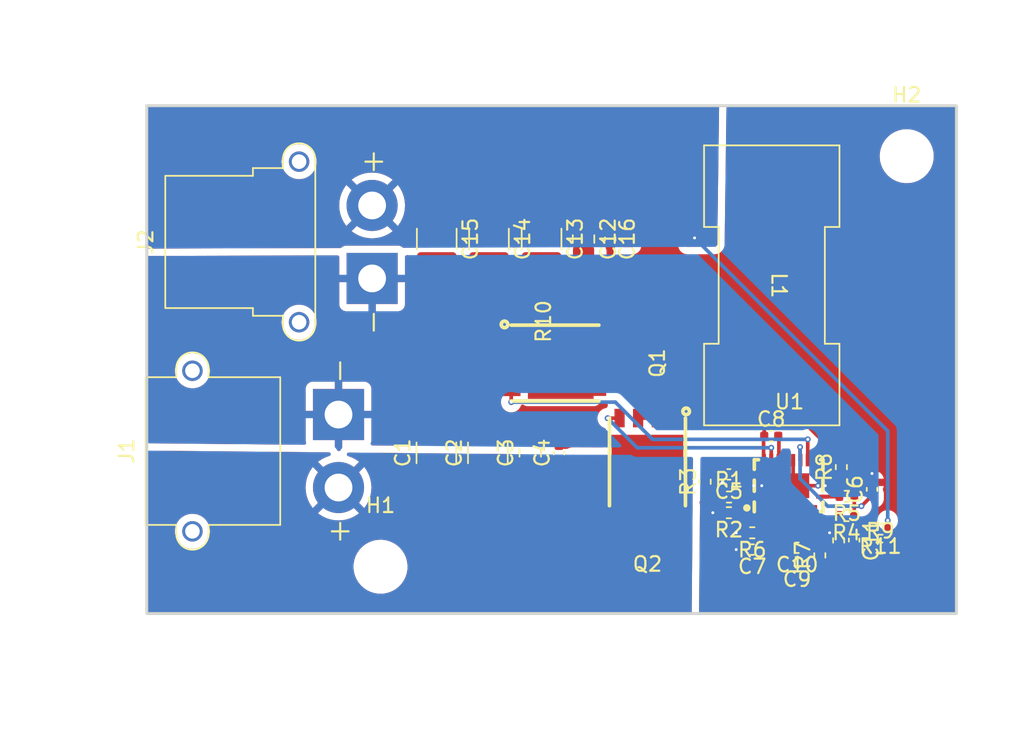
<source format=kicad_pcb>
(kicad_pcb (version 20221018) (generator pcbnew)
  (layers (0 "F.Cu" signal) (1 "In1.Cu" signal) (2 "In2.Cu" signal) (31 "B.Cu" signal) (34 "B.Paste" user) (35 "F.Paste" user) (36 "B.SilkS" user "B.Silkscreen") (37 "F.SilkS" user "F.Silkscreen") (38 "B.Mask" user) (39 "F.Mask" user) (44 "Edge.Cuts" user))
  (net 0 "")
  (net 1 "Net-(J1-Pin_2)")
  (net 2 "GND")
  (net 3 "Net-(U1-Vin)")
  (net 4 "Net-(Q1-D)")
  (net 5 "Net-(U1-BST)")
  (net 6 "Net-(J2-Pin_2)")
  (net 7 "Net-(Q1-G)")
  (net 8 "Net-(Q2-G)")
  (net 9 "Net-(U1-EN{slash}UVLO)")
  (net 10 "Net-(U1-VCC)")
  (net 11 "Net-(U1-SYNCIN)")
  (net 12 "Net-(U1-PGOOD)")
  (net 13 "Net-(U1-RT)")
  (net 14 "Net-(C9-Pad1)")
  (net 15 "Net-(U1-FB)")
  (net 16 "Net-(U1-ILIM)")
  (net 17 "Net-(C11-Pad1)")
  (net 21 "Net-(U1-COMP)")
  (net 22 "Net-(U1-SS{slash}TRK)")
  (footprint "Capacitor_SMD:C_0805_2012Metric" (layer "F.Cu") (at 128.7 68.75 90)
    (fp_text reference "C3" (at 0 -1.68 90) (layer "F.SilkS"))
    (fp_text value "1u")
    (fp_line (start -0.261252 -0.735) (end 0.261252 -0.735) (stroke (width 0.12)) (layer "F.SilkS"))
    (fp_line (start -0.261252 0.735) (end 0.261252 0.735) (stroke (width 0.12)) (layer "F.SilkS"))
    (pad "1" smd roundrect (at -0.95 0 90) (size 1 1.45) (layers "F.Cu" "F.Paste" "F.Mask") (net 1 "Net-(J1-Pin_2)"))
    (pad "2" smd roundrect (at 0.95 0 90) (size 1 1.45) (layers "F.Cu" "F.Paste" "F.Mask") (net 2 "GND"))
  )
  (footprint "LCSC:VQFN-20_L4.5-W3.5-P0.50-BL-EP" (layer "F.Cu") (at 146.45 71)
    (fp_text reference "U1" (at 0 -5.75) (layer "F.SilkS"))
    (fp_text value "~")
    (fp_line (start -2.41 -1.78) (end -2.41 -1.12) (stroke (width 0.25)) (layer "F.SilkS"))
    (fp_line (start -2.41 -1.78) (end -2.12 -1.78) (stroke (width 0.25)) (layer "F.SilkS"))
    (fp_line (start -2.41 -0.38) (end -2.41 0.38) (stroke (width 0.25)) (layer "F.SilkS"))
    (fp_line (start -2.41 1.12) (end -2.41 1.78) (stroke (width 0.25)) (layer "F.SilkS"))
    (fp_line (start 2.12 -1.78) (end 2.29 -1.78) (stroke (width 0.25)) (layer "F.SilkS"))
    (fp_line (start 2.29 -1.78) (end 2.29 -1.12) (stroke (width 0.25)) (layer "F.SilkS"))
    (fp_line (start 2.29 -0.38) (end 2.29 0.38) (stroke (width 0.25)) (layer "F.SilkS"))
    (fp_line (start 2.29 1.12) (end 2.29 1.78) (stroke (width 0.25)) (layer "F.SilkS"))
    (fp_line (start 2.29 1.78) (end 2.12 1.78) (stroke (width 0.25)) (layer "F.SilkS"))
    (fp_circle (center -2.92 1.52) (end -2.79 1.52) (stroke (width 0.25)) (fill none) (layer "F.SilkS"))
    (pad "1" smd rect (at -2.25 0.75) (size 0.85 0.28) (layers "F.Cu" "F.Paste" "F.Mask") (net 9 "Net-(U1-EN{slash}UVLO)"))
    (pad "2" smd rect (at -1.75 1.75) (size 0.28 0.85) (layers "F.Cu" "F.Paste" "F.Mask") (net 13 "Net-(U1-RT)"))
    (pad "3" smd rect (at -1.25 1.75) (size 0.28 0.85) (layers "F.Cu" "F.Paste" "F.Mask") (net 22 "Net-(U1-SS{slash}TRK)"))
    (pad "4" smd rect (at -0.75 1.75) (size 0.28 0.85) (layers "F.Cu" "F.Paste" "F.Mask") (net 21 "Net-(U1-COMP)"))
    (pad "5" smd rect (at -0.25 1.75) (size 0.28 0.85) (layers "F.Cu" "F.Paste" "F.Mask") (net 15 "Net-(U1-FB)"))
    (pad "6" smd rect (at 0.25 1.75) (size 0.28 0.85) (layers "F.Cu" "F.Paste" "F.Mask") (net 2 "GND"))
    (pad "7" smd rect (at 0.75 1.75) (size 0.28 0.85) (layers "F.Cu" "F.Paste" "F.Mask"))
    (pad "8" smd rect (at 1.25 1.75) (size 0.28 0.85) (layers "F.Cu" "F.Paste" "F.Mask") (net 11 "Net-(U1-SYNCIN)"))
    (pad "9" smd rect (at 1.75 1.75) (size 0.28 0.85) (layers "F.Cu" "F.Paste" "F.Mask"))
    (pad "10" smd rect (at 2.25 0.75) (size 0.85 0.28) (layers "F.Cu" "F.Paste" "F.Mask") (net 12 "Net-(U1-PGOOD)"))
    (pad "11" smd rect (at 2.25 -0.75) (size 0.85 0.28) (layers "F.Cu" "F.Paste" "F.Mask") (net 16 "Net-(U1-ILIM)"))
    (pad "12" smd rect (at 1.75 -1.75) (size 0.28 0.85) (layers "F.Cu" "F.Paste" "F.Mask") (net 2 "GND"))
    (pad "13" smd rect (at 1.25 -1.75) (size 0.28 0.85) (layers "F.Cu" "F.Paste" "F.Mask") (net 7 "Net-(Q1-G)"))
    (pad "14" smd rect (at 0.75 -1.75) (size 0.28 0.85) (layers "F.Cu" "F.Paste" "F.Mask") (net 10 "Net-(U1-VCC)"))
    (pad "15" smd rect (at 0.25 -1.75) (size 0.28 0.85) (layers "F.Cu" "F.Paste" "F.Mask") (net 2 "GND"))
    (pad "16" smd rect (at -0.25 -1.75) (size 0.28 0.85) (layers "F.Cu" "F.Paste" "F.Mask"))
    (pad "17" smd rect (at -0.75 -1.75) (size 0.28 0.85) (layers "F.Cu" "F.Paste" "F.Mask") (net 5 "Net-(U1-BST)"))
    (pad "18" smd rect (at -1.25 -1.75) (size 0.28 0.85) (layers "F.Cu" "F.Paste" "F.Mask") (net 8 "Net-(Q2-G)"))
    (pad "19" smd rect (at -1.75 -1.75) (size 0.28 0.85) (layers "F.Cu" "F.Paste" "F.Mask") (net 4 "Net-(Q1-D)"))
    (pad "20" smd rect (at -2.25 -0.75) (size 0.85 0.28) (layers "F.Cu" "F.Paste" "F.Mask") (net 3 "Net-(U1-Vin)"))
    (pad "21" smd rect (at 0 0 90) (size 1.7 2.7) (layers "F.Cu" "F.Paste" "F.Mask") (net 2 "GND"))
  )
  (footprint "Resistor_SMD:R_0402_1005Metric" (layer "F.Cu") (at 149.815 74.744999 -90)
    (fp_text reference "R10" (at -15 20.21 90) (layer "F.SilkS"))
    (fp_text value "3k4")
    (fp_line (start -0.153641 -0.38) (end 0.153641 -0.38) (stroke (width 0.12)) (layer "F.SilkS"))
    (fp_line (start -0.153641 0.38) (end 0.153641 0.38) (stroke (width 0.12)) (layer "F.SilkS"))
    (pad "1" smd roundrect (at -0.51 0 270) (size 0.54 0.64) (layers "F.Cu" "F.Paste" "F.Mask") (net 2 "GND"))
    (pad "2" smd roundrect (at 0.51 0 270) (size 0.54 0.64) (layers "F.Cu" "F.Paste" "F.Mask") (net 15 "Net-(U1-FB)"))
  )
  (footprint "Resistor_SMD:R_0402_1005Metric" (layer "F.Cu") (at 148.525 75.775 90)
    (fp_text reference "R7" (at 0 -1.17 90) (layer "F.SilkS"))
    (fp_text value "1k54")
    (fp_line (start -0.153641 -0.38) (end 0.153641 -0.38) (stroke (width 0.12)) (layer "F.SilkS"))
    (fp_line (start -0.153641 0.38) (end 0.153641 0.38) (stroke (width 0.12)) (layer "F.SilkS"))
    (pad "1" smd roundrect (at -0.51 0 90) (size 0.54 0.64) (layers "F.Cu" "F.Paste" "F.Mask") (net 14 "Net-(C9-Pad1)"))
    (pad "2" smd roundrect (at 0.51 0 90) (size 0.54 0.64) (layers "F.Cu" "F.Paste" "F.Mask") (net 15 "Net-(U1-FB)"))
  )
  (footprint "Capacitor_SMD:C_1210_3225Metric" (layer "F.Cu") (at 122.274999 68.75 90)
    (fp_text reference "C1" (at 0 -2.3 90) (layer "F.SilkS"))
    (fp_text value "4u7")
    (fp_line (start -0.711252 -1.36) (end 0.711252 -1.36) (stroke (width 0.12)) (layer "F.SilkS"))
    (fp_line (start -0.711252 1.36) (end 0.711252 1.36) (stroke (width 0.12)) (layer "F.SilkS"))
    (pad "1" smd roundrect (at -1.475 0 90) (size 1.15 2.7) (layers "F.Cu" "F.Paste" "F.Mask") (roundrect_rratio 0.217391) (net 1 "Net-(J1-Pin_2)"))
    (pad "2" smd roundrect (at 1.475 0 90) (size 1.15 2.7) (layers "F.Cu" "F.Paste" "F.Mask") (roundrect_rratio 0.217391) (net 2 "GND"))
  )
  (footprint "Capacitor_SMD:C_0402_1005Metric" (layer "F.Cu") (at 145.2 67.6)
    (fp_text reference "C8" (at 0 -1.16) (layer "F.SilkS"))
    (fp_text value "100n")
    (fp_line (start -0.107836 -0.36) (end 0.107836 -0.36) (stroke (width 0.12)) (layer "F.SilkS"))
    (fp_line (start -0.107836 0.36) (end 0.107836 0.36) (stroke (width 0.12)) (layer "F.SilkS"))
    (pad "1" smd roundrect (at -0.48 0) (size 0.56 0.62) (layers "F.Cu" "F.Paste" "F.Mask") (net 4 "Net-(Q1-D)"))
    (pad "2" smd roundrect (at 0.48 0) (size 0.56 0.62) (layers "F.Cu" "F.Paste" "F.Mask") (net 5 "Net-(U1-BST)"))
  )
  (footprint "Capacitor_SMD:C_0402_1005Metric" (layer "F.Cu") (at 142.3 70.224999 180)
    (fp_text reference "C5" (at 0 -1.16) (layer "F.SilkS"))
    (fp_text value "100n")
    (fp_line (start -0.107836 -0.36) (end 0.107836 -0.36) (stroke (width 0.12)) (layer "F.SilkS"))
    (fp_line (start -0.107836 0.36) (end 0.107836 0.36) (stroke (width 0.12)) (layer "F.SilkS"))
    (pad "1" smd roundrect (at -0.48 0 180) (size 0.56 0.62) (layers "F.Cu" "F.Paste" "F.Mask") (net 3 "Net-(U1-Vin)"))
    (pad "2" smd roundrect (at 0.48 0 180) (size 0.56 0.62) (layers "F.Cu" "F.Paste" "F.Mask") (net 2 "GND"))
  )
  (footprint "Resistor_SMD:R_0402_1005Metric" (layer "F.Cu") (at 150 69.725 90)
    (fp_text reference "R8" (at 0 -1.17 90) (layer "F.SilkS"))
    (fp_text value "536")
    (fp_line (start -0.153641 -0.38) (end 0.153641 -0.38) (stroke (width 0.12)) (layer "F.SilkS"))
    (fp_line (start -0.153641 0.38) (end 0.153641 0.38) (stroke (width 0.12)) (layer "F.SilkS"))
    (pad "1" smd roundrect (at -0.51 0 90) (size 0.54 0.64) (layers "F.Cu" "F.Paste" "F.Mask") (net 16 "Net-(U1-ILIM)"))
    (pad "2" smd roundrect (at 0.51 0 90) (size 0.54 0.64) (layers "F.Cu" "F.Paste" "F.Mask") (net 4 "Net-(Q1-D)"))
  )
  (footprint "Resistor_SMD:R_0402_1005Metric" (layer "F.Cu") (at 152.665 75.269999)
    (fp_text reference "R9" (at 0 -1.17) (layer "F.SilkS"))
    (fp_text value "18k")
    (fp_line (start -0.153641 -0.38) (end 0.153641 -0.38) (stroke (width 0.12)) (layer "F.SilkS"))
    (fp_line (start -0.153641 0.38) (end 0.153641 0.38) (stroke (width 0.12)) (layer "F.SilkS"))
    (pad "1" smd roundrect (at -0.51 0) (size 0.54 0.64) (layers "F.Cu" "F.Paste" "F.Mask") (net 15 "Net-(U1-FB)"))
    (pad "2" smd roundrect (at 0.51 0) (size 0.54 0.64) (layers "F.Cu" "F.Paste" "F.Mask") (net 6 "Net-(J2-Pin_2)"))
  )
  (footprint "MountingHole:MountingHole_3.2mm_M3" (layer "F.Cu") (at 154.475 48.425)
    (fp_text reference "H2" (at 0 -4.2) (layer "F.SilkS"))
    (fp_text value "MountingHole")
    (pad "" np_thru_hole circle (at 0 0) (size 3.2 3.2) (drill 3.2) (layers "*.Cu" "*.Mask"))
  )
  (footprint "Capacitor_SMD:C_0402_1005Metric" (layer "F.Cu") (at 130.675 68.75 90)
    (fp_text reference "C4" (at 0 -1.16 90) (layer "F.SilkS"))
    (fp_text value "100n")
    (fp_line (start -0.107836 -0.36) (end 0.107836 -0.36) (stroke (width 0.12)) (layer "F.SilkS"))
    (fp_line (start -0.107836 0.36) (end 0.107836 0.36) (stroke (width 0.12)) (layer "F.SilkS"))
    (pad "1" smd roundrect (at -0.48 0 90) (size 0.56 0.62) (layers "F.Cu" "F.Paste" "F.Mask") (net 1 "Net-(J1-Pin_2)"))
    (pad "2" smd roundrect (at 0.48 0 90) (size 0.56 0.62) (layers "F.Cu" "F.Paste" "F.Mask") (net 2 "GND"))
  )
  (footprint "Capacitor_SMD:C_1210_3225Metric" (layer "F.Cu") (at 122.3 54.1 -90)
    (fp_text reference "C15" (at 0 -2.3 90) (layer "F.SilkS"))
    (fp_text value "10u")
    (fp_line (start -0.711252 -1.36) (end 0.711252 -1.36) (stroke (width 0.12)) (layer "F.SilkS"))
    (fp_line (start -0.711252 1.36) (end 0.711252 1.36) (stroke (width 0.12)) (layer "F.SilkS"))
    (pad "1" smd roundrect (at -1.475 0 270) (size 1.15 2.7) (layers "F.Cu" "F.Paste" "F.Mask") (roundrect_rratio 0.217391) (net 6 "Net-(J2-Pin_2)"))
    (pad "2" smd roundrect (at 1.475 0 270) (size 1.15 2.7) (layers "F.Cu" "F.Paste" "F.Mask") (roundrect_rratio 0.217391) (net 2 "GND"))
  )
  (footprint "MountingHole:MountingHole_3.2mm_M3" (layer "F.Cu") (at 118.45 76.55)
    (fp_text reference "H1" (at 0 -4.2) (layer "F.SilkS"))
    (fp_text value "MountingHole")
    (pad "" np_thru_hole circle (at 0 0) (size 3.2 3.2) (drill 3.2) (layers "*.Cu" "*.Mask"))
  )
  (footprint "Capacitor_SMD:C_1210_3225Metric" (layer "F.Cu") (at 129.475 54.1 -90)
    (fp_text reference "C13" (at 0 -2.3 90) (layer "F.SilkS"))
    (fp_text value "10u")
    (fp_line (start -0.711252 -1.36) (end 0.711252 -1.36) (stroke (width 0.12)) (layer "F.SilkS"))
    (fp_line (start -0.711252 1.36) (end 0.711252 1.36) (stroke (width 0.12)) (layer "F.SilkS"))
    (pad "1" smd roundrect (at -1.475 0 270) (size 1.15 2.7) (layers "F.Cu" "F.Paste" "F.Mask") (roundrect_rratio 0.217391) (net 6 "Net-(J2-Pin_2)"))
    (pad "2" smd roundrect (at 1.475 0 270) (size 1.15 2.7) (layers "F.Cu" "F.Paste" "F.Mask") (roundrect_rratio 0.217391) (net 2 "GND"))
  )
  (footprint "Connector_AMASS:AMASS_XT30PW-F_1x02_P2.50mm_Horizontal" (layer "F.Cu") (at 117.875 56.8 90)
    (fp_text reference "J2" (at 2.5 -15.5 90) (layer "F.SilkS"))
    (fp_text value "Conn_01x02_Socket")
    (fp_text user "-" (at -3 0 90) (layer "F.SilkS") (effects (font (size 1.5 1.5))))
    (fp_text user "+" (at 8 0 90) (layer "F.SilkS") (effects (font (size 1.5 1.5))))
    (fp_line (start -3.26 -6.11) (end -2.56 -6.11) (stroke (width 0.12)) (layer "F.SilkS"))
    (fp_line (start -3.26 -3.89) (end 8.26 -3.89) (stroke (width 0.12)) (layer "F.SilkS"))
    (fp_line (start -2.56 -8.16) (end -2.56 -6.11) (stroke (width 0.12)) (layer "F.SilkS"))
    (fp_line (start -2.56 -8.16) (end -2.03 -8.16) (stroke (width 0.12)) (layer "F.SilkS"))
    (fp_line (start -2.03 -14.16) (end -2.03 -8.16) (stroke (width 0.12)) (layer "F.SilkS"))
    (fp_line (start -2.03 -14.16) (end 7 -14.16) (stroke (width 0.12)) (layer "F.SilkS"))
    (fp_line (start 7.03 -14.16) (end 7.03 -8.16) (stroke (width 0.12)) (layer "F.SilkS"))
    (fp_line (start 7.03 -8.16) (end 7.56 -8.16) (stroke (width 0.12)) (layer "F.SilkS"))
    (fp_line (start 7.56 -8.16) (end 7.56 -6.11) (stroke (width 0.12)) (layer "F.SilkS"))
    (fp_line (start 7.56 -6.11) (end 8.26 -6.11) (stroke (width 0.12)) (layer "F.SilkS"))
    (fp_arc (start -3.321729 -3.903365) (mid -4.256653 -5.086124) (end -3.15 -6.11) (stroke (width 0.12)) (layer "F.SilkS"))
    (fp_arc (start 8.15 -6.11) (mid 9.26 -5) (end 8.15 -3.89) (stroke (width 0.12)) (layer "F.SilkS"))
    (pad "" thru_hole circle (at -3 -5 180) (size 1.4 1.4) (drill 1) (layers "*.Cu" "*.Mask"))
    (pad "" thru_hole circle (at 8 -5 90) (size 1.4 1.4) (drill 1) (layers "*.Cu" "*.Mask"))
    (pad "1" thru_hole rect (at 0 0 90) (size 3.5 3.5) (drill 1.9) (layers "*.Cu" "*.Mask") (net 2 "GND"))
    (pad "2" thru_hole circle (at 5 0 90) (size 3.5 3.5) (drill 1.9) (layers "*.Cu" "*.Mask") (net 6 "Net-(J2-Pin_2)"))
  )
  (footprint "LCSC:VSON-CLIP-8_L5.0-W6.0-P1.27-BL" (layer "F.Cu") (at 136.725 69.367499 180)
    (fp_text reference "Q2" (at 0 -7) (layer "F.SilkS"))
    (fp_text value "NMOS")
    (fp_line (start -2.6 -3) (end -2.6 3) (stroke (width 0.25)) (layer "F.SilkS"))
    (fp_line (start 2.6 -3) (end 2.6 3) (stroke (width 0.25)) (layer "F.SilkS"))
    (fp_circle (center -2.65 3.46) (end -2.55 3.46) (stroke (width 0.25)) (fill none) (layer "F.SilkS"))
    (pad "1" smd rect (at -1.91 -3 180) (size 0.7 1) (layers "F.Cu" "F.Paste" "F.Mask") (net 1 "Net-(J1-Pin_2)"))
    (pad "1" smd rect (at -0.64 -3 180) (size 0.7 1) (layers "F.Cu" "F.Paste" "F.Mask") (net 1 "Net-(J1-Pin_2)"))
    (pad "1" smd rect (at 0.63 -3 180) (size 0.7 1) (layers "F.Cu" "F.Paste" "F.Mask") (net 1 "Net-(J1-Pin_2)"))
    (pad "1" smd rect (at 1.9 -3 180) (size 0.7 1) (layers "F.Cu" "F.Paste" "F.Mask") (net 1 "Net-(J1-Pin_2)"))
    (pad "2" smd rect (at 1.91 3 180) (size 0.7 1.27) (layers "F.Cu" "F.Paste" "F.Mask") (net 8 "Net-(Q2-G)"))
    (pad "3" smd rect (at -1.9 3 180) (size 0.7 1.27) (layers "F.Cu" "F.Paste" "F.Mask") (net 4 "Net-(Q1-D)"))
    (pad "3" smd rect (at -0.64 3 180) (size 0.7 1.27) (layers "F.Cu" "F.Paste" "F.Mask") (net 4 "Net-(Q1-D)"))
    (pad "3" smd rect (at 0.64 3 180) (size 0.7 1.27) (layers "F.Cu" "F.Paste" "F.Mask") (net 4 "Net-(Q1-D)"))
    (pad "8" smd rect (at 0 -0.39 180) (size 4.9 4.5) (layers "F.Cu" "F.Paste" "F.Mask"))
  )
  (footprint "Resistor_SMD:R_0402_1005Metric" (layer "F.Cu") (at 150.350001 73.05 180)
    (fp_text reference "R4" (at 0 -1.17) (layer "F.SilkS"))
    (fp_text value "20k")
    (fp_line (start -0.153641 -0.38) (end 0.153641 -0.38) (stroke (width 0.12)) (layer "F.SilkS"))
    (fp_line (start -0.153641 0.38) (end 0.153641 0.38) (stroke (width 0.12)) (layer "F.SilkS"))
    (pad "1" smd roundrect (at -0.51 0 180) (size 0.54 0.64) (layers "F.Cu" "F.Paste" "F.Mask") (net 10 "Net-(U1-VCC)"))
    (pad "2" smd roundrect (at 0.51 0 180) (size 0.54 0.64) (layers "F.Cu" "F.Paste" "F.Mask") (net 11 "Net-(U1-SYNCIN)"))
  )
  (footprint "Resistor_SMD:R_0402_1005Metric" (layer "F.Cu") (at 142.3 72.85 180)
    (fp_text reference "R2" (at 0 -1.17) (layer "F.SilkS"))
    (fp_text value "8k25")
    (fp_line (start -0.153641 -0.38) (end 0.153641 -0.38) (stroke (width 0.12)) (layer "F.SilkS"))
    (fp_line (start -0.153641 0.38) (end 0.153641 0.38) (stroke (width 0.12)) (layer "F.SilkS"))
    (pad "1" smd roundrect (at -0.51 0 180) (size 0.54 0.64) (layers "F.Cu" "F.Paste" "F.Mask") (net 9 "Net-(U1-EN{slash}UVLO)"))
    (pad "2" smd roundrect (at 0.51 0 180) (size 0.54 0.64) (layers "F.Cu" "F.Paste" "F.Mask") (net 2 "GND"))
  )
  (footprint "Capacitor_SMD:C_0402_1005Metric" (layer "F.Cu") (at 143.9 75.375 180)
    (fp_text reference "C7" (at 0 -1.16) (layer "F.SilkS"))
    (fp_text value "56n")
    (fp_line (start -0.107836 -0.36) (end 0.107836 -0.36) (stroke (width 0.12)) (layer "F.SilkS"))
    (fp_line (start -0.107836 0.36) (end 0.107836 0.36) (stroke (width 0.12)) (layer "F.SilkS"))
    (pad "1" smd roundrect (at -0.48 0 180) (size 0.56 0.62) (layers "F.Cu" "F.Paste" "F.Mask") (net 22 "Net-(U1-SS{slash}TRK)"))
    (pad "2" smd roundrect (at 0.48 0 180) (size 0.56 0.62) (layers "F.Cu" "F.Paste" "F.Mask") (net 2 "GND"))
  )
  (footprint "LCSC:VSON-CLIP-8_L5.0-W6.0-P1.27-BL" (layer "F.Cu") (at 130.4 62.6 -90)
    (fp_text reference "Q1" (at 0 -7 90) (layer "F.SilkS"))
    (fp_text value "NMOS")
    (fp_line (start -2.6 -3) (end -2.6 3) (stroke (width 0.25)) (layer "F.SilkS"))
    (fp_line (start 2.6 -3) (end 2.6 3) (stroke (width 0.25)) (layer "F.SilkS"))
    (fp_circle (center -2.65 3.46) (end -2.55 3.46) (stroke (width 0.25)) (fill none) (layer "F.SilkS"))
    (pad "1" smd rect (at -1.91 -3 270) (size 0.7 1) (layers "F.Cu" "F.Paste" "F.Mask") (net 4 "Net-(Q1-D)"))
    (pad "1" smd rect (at -0.64 -3 270) (size 0.7 1) (layers "F.Cu" "F.Paste" "F.Mask") (net 4 "Net-(Q1-D)"))
    (pad "1" smd rect (at 0.63 -3 270) (size 0.7 1) (layers "F.Cu" "F.Paste" "F.Mask") (net 4 "Net-(Q1-D)"))
    (pad "1" smd rect (at 1.9 -3 270) (size 0.7 1) (layers "F.Cu" "F.Paste" "F.Mask") (net 4 "Net-(Q1-D)"))
    (pad "2" smd rect (at 1.91 3 270) (size 0.7 1.27) (layers "F.Cu" "F.Paste" "F.Mask") (net 7 "Net-(Q1-G)"))
    (pad "3" smd rect (at -1.9 3 270) (size 0.7 1.27) (layers "F.Cu" "F.Paste" "F.Mask") (net 2 "GND"))
    (pad "3" smd rect (at -0.64 3 270) (size 0.7 1.27) (layers "F.Cu" "F.Paste" "F.Mask") (net 2 "GND"))
    (pad "3" smd rect (at 0.64 3 270) (size 0.7 1.27) (layers "F.Cu" "F.Paste" "F.Mask") (net 2 "GND"))
    (pad "8" smd rect (at 0 -0.39 270) (size 4.9 4.5) (layers "F.Cu" "F.Paste" "F.Mask"))
  )
  (footprint "Capacitor_SMD:C_0805_2012Metric" (layer "F.Cu") (at 132.35 54.1 -90)
    (fp_text reference "C12" (at 0 -1.68 -90) (layer "F.SilkS"))
    (fp_text value "1u")
    (fp_line (start -0.261252 -0.735) (end 0.261252 -0.735) (stroke (width 0.12)) (layer "F.SilkS"))
    (fp_line (start -0.261252 0.735) (end 0.261252 0.735) (stroke (width 0.12)) (layer "F.SilkS"))
    (pad "1" smd roundrect (at -0.95 0 270) (size 1 1.45) (layers "F.Cu" "F.Paste" "F.Mask") (net 6 "Net-(J2-Pin_2)"))
    (pad "2" smd roundrect (at 0.95 0 270) (size 1 1.45) (layers "F.Cu" "F.Paste" "F.Mask") (net 2 "GND"))
  )
  (footprint "Capacitor_SMD:C_0402_1005Metric" (layer "F.Cu") (at 150.875 74.725 -90)
    (fp_text reference "C11" (at 0 -1.16 90) (layer "F.SilkS"))
    (fp_text value "330p")
    (fp_line (start -0.107836 -0.36) (end 0.107836 -0.36) (stroke (width 0.12)) (layer "F.SilkS"))
    (fp_line (start -0.107836 0.36) (end 0.107836 0.36) (stroke (width 0.12)) (layer "F.SilkS"))
    (pad "1" smd roundrect (at -0.48 0 270) (size 0.56 0.62) (layers "F.Cu" "F.Paste" "F.Mask") (net 17 "Net-(C11-Pad1)"))
    (pad "2" smd roundrect (at 0.48 0 270) (size 0.56 0.62) (layers "F.Cu" "F.Paste" "F.Mask") (net 15 "Net-(U1-FB)"))
  )
  (footprint "Resistor_SMD:R_0402_1005Metric" (layer "F.Cu") (at 140.675 70.725 90)
    (fp_text reference "R3" (at 0 -1.17 90) (layer "F.SilkS"))
    (fp_text value "2R1")
    (fp_line (start -0.153641 -0.38) (end 0.153641 -0.38) (stroke (width 0.12)) (layer "F.SilkS"))
    (fp_line (start -0.153641 0.38) (end 0.153641 0.38) (stroke (width 0.12)) (layer "F.SilkS"))
    (pad "1" smd roundrect (at -0.51 0 90) (size 0.54 0.64) (layers "F.Cu" "F.Paste" "F.Mask") (net 1 "Net-(J1-Pin_2)"))
    (pad "2" smd roundrect (at 0.51 0 90) (size 0.54 0.64) (layers "F.Cu" "F.Paste" "F.Mask") (net 3 "Net-(U1-Vin)"))
  )
  (footprint "Capacitor_SMD:C_0402_1005Metric" (layer "F.Cu") (at 152.1 71.25 90)
    (fp_text reference "C6" (at 0 -1.16 90) (layer "F.SilkS"))
    (fp_text value "2n2")
    (fp_line (start -0.107836 -0.36) (end 0.107836 -0.36) (stroke (width 0.12)) (layer "F.SilkS"))
    (fp_line (start -0.107836 0.36) (end 0.107836 0.36) (stroke (width 0.12)) (layer "F.SilkS"))
    (pad "1" smd roundrect (at -0.48 0 90) (size 0.56 0.62) (layers "F.Cu" "F.Paste" "F.Mask") (net 10 "Net-(U1-VCC)"))
    (pad "2" smd roundrect (at 0.48 0 90) (size 0.56 0.62) (layers "F.Cu" "F.Paste" "F.Mask") (net 2 "GND"))
  )
  (footprint "Connector_AMASS:AMASS_XT30PW-M_1x02_P2.50mm_Horizontal" (layer "F.Cu") (at 115.575 66.125 90)
    (fp_text reference "J1" (at -2.5 -14.5 90) (layer "F.SilkS"))
    (fp_text value "Conn_01x02_Socket")
    (fp_text user "+" (at -8 0 90) (layer "F.SilkS") (effects (font (size 1.5 1.5))))
    (fp_text user "-" (at 3 0 90) (layer "F.SilkS") (effects (font (size 1.5 1.5))))
    (fp_line (start -8.15 -11.11) (end -7.56 -11.11) (stroke (width 0.12)) (layer "F.SilkS"))
    (fp_line (start -8.15 -8.89) (end -7.56 -8.89) (stroke (width 0.12)) (layer "F.SilkS"))
    (fp_line (start -7.56 -13.21) (end -7.56 -11.11) (stroke (width 0.12)) (layer "F.SilkS"))
    (fp_line (start -7.56 -13.21) (end 2.56 -13.21) (stroke (width 0.12)) (layer "F.SilkS"))
    (fp_line (start -7.56 -8.89) (end -7.56 -3.99) (stroke (width 0.12)) (layer "F.SilkS"))
    (fp_line (start -7.56 -3.99) (end 2.56 -3.99) (stroke (width 0.12)) (layer "F.SilkS"))
    (fp_line (start 2.56 -13.21) (end 2.56 -11.11) (stroke (width 0.12)) (layer "F.SilkS"))
    (fp_line (start 2.56 -11.11) (end 3.15 -11.11) (stroke (width 0.12)) (layer "F.SilkS"))
    (fp_line (start 2.56 -8.89) (end 2.56 -3.99) (stroke (width 0.12)) (layer "F.SilkS"))
    (fp_line (start 2.56 -8.89) (end 3.15 -8.89) (stroke (width 0.12)) (layer "F.SilkS"))
    (fp_arc (start -8.15 -8.89) (mid -9.26 -10) (end -8.15 -11.11) (stroke (width 0.12)) (layer "F.SilkS"))
    (fp_arc (start 3.15 -11.11) (mid 4.26 -10) (end 3.15 -8.89) (stroke (width 0.12)) (layer "F.SilkS"))
    (pad "" thru_hole circle (at -8 -10 90) (size 1.4 1.4) (drill 1) (layers "*.Cu" "*.Mask"))
    (pad "" thru_hole circle (at 3 -10 90) (size 1.4 1.4) (drill 1) (layers "*.Cu" "*.Mask"))
    (pad "1" thru_hole rect (at 0 0 90) (size 3.5 3.5) (drill 1.9) (layers "*.Cu" "*.Mask") (net 2 "GND"))
    (pad "2" thru_hole circle (at -5 0 90) (size 3.5 3.5) (drill 1.9) (layers "*.Cu" "*.Mask") (net 1 "Net-(J1-Pin_2)"))
  )
  (footprint "Capacitor_SMD:C_0402_1005Metric" (layer "F.Cu") (at 146.97 76.249999 180)
    (fp_text reference "C9" (at 0 -1.16) (layer "F.SilkS"))
    (fp_text value "5n6")
    (fp_line (start -0.107836 -0.36) (end 0.107836 -0.36) (stroke (width 0.12)) (layer "F.SilkS"))
    (fp_line (start -0.107836 0.36) (end 0.107836 0.36) (stroke (width 0.12)) (layer "F.SilkS"))
    (pad "1" smd roundrect (at -0.48 0 180) (size 0.56 0.62) (layers "F.Cu" "F.Paste" "F.Mask") (net 14 "Net-(C9-Pad1)"))
    (pad "2" smd roundrect (at 0.48 0 180) (size 0.56 0.62) (layers "F.Cu" "F.Paste" "F.Mask") (net 21 "Net-(U1-COMP)"))
  )
  (footprint "Capacitor_SMD:C_1210_3225Metric" (layer "F.Cu") (at 125.8 68.75 90)
    (fp_text reference "C2" (at 0 -2.3 90) (layer "F.SilkS"))
    (fp_text value "4u7")
    (fp_line (start -0.711252 -1.36) (end 0.711252 -1.36) (stroke (width 0.12)) (layer "F.SilkS"))
    (fp_line (start -0.711252 1.36) (end 0.711252 1.36) (stroke (width 0.12)) (layer "F.SilkS"))
    (pad "1" smd roundrect (at -1.475 0 90) (size 1.15 2.7) (layers "F.Cu" "F.Paste" "F.Mask") (roundrect_rratio 0.217391) (net 1 "Net-(J1-Pin_2)"))
    (pad "2" smd roundrect (at 1.475 0 90) (size 1.15 2.7) (layers "F.Cu" "F.Paste" "F.Mask") (roundrect_rratio 0.217391) (net 2 "GND"))
  )
  (footprint "Capacitor_SMD:C_0402_1005Metric" (layer "F.Cu") (at 146.975 75.249999 180)
    (fp_text reference "C10" (at 0 -1.16) (layer "F.SilkS"))
    (fp_text value "680p")
    (fp_line (start -0.107836 -0.36) (end 0.107836 -0.36) (stroke (width 0.12)) (layer "F.SilkS"))
    (fp_line (start -0.107836 0.36) (end 0.107836 0.36) (stroke (width 0.12)) (layer "F.SilkS"))
    (pad "1" smd roundrect (at -0.48 0 180) (size 0.56 0.62) (layers "F.Cu" "F.Paste" "F.Mask") (net 15 "Net-(U1-FB)"))
    (pad "2" smd roundrect (at 0.48 0 180) (size 0.56 0.62) (layers "F.Cu" "F.Paste" "F.Mask") (net 21 "Net-(U1-COMP)"))
  )
  (footprint "Resistor_SMD:R_0402_1005Metric" (layer "F.Cu") (at 150.375 71.725 180)
    (fp_text reference "R5" (at 0 -1.17) (layer "F.SilkS"))
    (fp_text value "20k")
    (fp_line (start -0.153641 -0.38) (end 0.153641 -0.38) (stroke (width 0.12)) (layer "F.SilkS"))
    (fp_line (start -0.153641 0.38) (end 0.153641 0.38) (stroke (width 0.12)) (layer "F.SilkS"))
    (pad "1" smd roundrect (at -0.51 0 180) (size 0.54 0.64) (layers "F.Cu" "F.Paste" "F.Mask") (net 10 "Net-(U1-VCC)"))
    (pad "2" smd roundrect (at 0.51 0 180) (size 0.54 0.64) (layers "F.Cu" "F.Paste" "F.Mask") (net 12 "Net-(U1-PGOOD)"))
  )
  (footprint "Resistor_SMD:R_0402_1005Metric" (layer "F.Cu") (at 143.899999 74.225 180)
    (fp_text reference "R6" (at 0 -1.17) (layer "F.SilkS"))
    (fp_text value "30k1")
    (fp_line (start -0.153641 -0.38) (end 0.153641 -0.38) (stroke (width 0.12)) (layer "F.SilkS"))
    (fp_line (start -0.153641 0.38) (end 0.153641 0.38) (stroke (width 0.12)) (layer "F.SilkS"))
    (pad "1" smd roundrect (at -0.51 0 180) (size 0.54 0.64) (layers "F.Cu" "F.Paste" "F.Mask") (net 13 "Net-(U1-RT)"))
    (pad "2" smd roundrect (at 0.51 0 180) (size 0.54 0.64) (layers "F.Cu" "F.Paste" "F.Mask") (net 2 "GND"))
  )
  (footprint "Capacitor_SMD:C_1210_3225Metric" (layer "F.Cu") (at 125.875 54.1 -90)
    (fp_text reference "C14" (at 0 -2.3 90) (layer "F.SilkS"))
    (fp_text value "10u")
    (fp_line (start -0.711252 -1.36) (end 0.711252 -1.36) (stroke (width 0.12)) (layer "F.SilkS"))
    (fp_line (start -0.711252 1.36) (end 0.711252 1.36) (stroke (width 0.12)) (layer "F.SilkS"))
    (pad "1" smd roundrect (at -1.475 0 270) (size 1.15 2.7) (layers "F.Cu" "F.Paste" "F.Mask") (roundrect_rratio 0.217391) (net 6 "Net-(J2-Pin_2)"))
    (pad "2" smd roundrect (at 1.475 0 270) (size 1.15 2.7) (layers "F.Cu" "F.Paste" "F.Mask") (roundrect_rratio 0.217391) (net 2 "GND"))
  )
  (footprint "Resistor_SMD:R_0402_1005Metric" (layer "F.Cu") (at 142.309998 71.775)
    (fp_text reference "R1" (at 0 -1.17) (layer "F.SilkS"))
    (fp_text value "75k")
    (fp_line (start -0.153641 -0.38) (end 0.153641 -0.38) (stroke (width 0.12)) (layer "F.SilkS"))
    (fp_line (start -0.153641 0.38) (end 0.153641 0.38) (stroke (width 0.12)) (layer "F.SilkS"))
    (pad "1" smd roundrect (at -0.51 0) (size 0.54 0.64) (layers "F.Cu" "F.Paste" "F.Mask") (net 1 "Net-(J1-Pin_2)"))
    (pad "2" smd roundrect (at 0.51 0) (size 0.54 0.64) (layers "F.Cu" "F.Paste" "F.Mask") (net 9 "Net-(U1-EN{slash}UVLO)"))
  )
  (footprint "Techbeard:SER2009-122MLD" (layer "F.Cu") (at 145.235 57.275 -90)
    (fp_text reference "L1" (at 0 -0.5 -90 unlocked) (layer "F.SilkS"))
    (fp_text value "L")
    (fp_line (start -9.59 -4.635) (end -9.59 4.635) (stroke (width 0.12)) (layer "F.SilkS"))
    (fp_line (start -4 -4.635) (end -9.59 -4.635) (stroke (width 0.12)) (layer "F.SilkS"))
    (fp_line (start -4 -4.635) (end -4 -3.635) (stroke (width 0.12)) (layer "F.SilkS"))
    (fp_line (start -4 -3.635) (end 4 -3.635) (stroke (width 0.12)) (layer "F.SilkS"))
    (fp_line (start -4 3.635) (end -4 4.635) (stroke (width 0.12)) (layer "F.SilkS"))
    (fp_line (start -4 3.635) (end 4 3.635) (stroke (width 0.12)) (layer "F.SilkS"))
    (fp_line (start -4 4.635) (end -9.59 4.635) (stroke (width 0.12)) (layer "F.SilkS"))
    (fp_line (start 4 -4.635) (end 4 -3.635) (stroke (width 0.12)) (layer "F.SilkS"))
    (fp_line (start 4 -4.635) (end 9.59 -4.635) (stroke (width 0.12)) (layer "F.SilkS"))
    (fp_line (start 4 3.635) (end 4 4.635) (stroke (width 0.12)) (layer "F.SilkS"))
    (fp_line (start 4 4.635) (end 9.59 4.635) (stroke (width 0.12)) (layer "F.SilkS"))
    (fp_line (start 9.59 -4.635) (end 9.59 4.635) (stroke (width 0.12)) (layer "F.SilkS"))
    (pad "1" smd roundrect (at -5.205 7.68 270) (size 3.81 4.7) (layers "F.Cu" "F.Paste" "F.Mask") (net 6 "Net-(J2-Pin_2)"))
    (pad "2" smd roundrect (at 5.205 7.68 270) (size 3.81 4.7) (layers "F.Cu" "F.Paste" "F.Mask") (net 4 "Net-(Q1-D)"))
    (pad "3" smd roundrect (at 0 -7.68 270) (size 7.37 4.06) (layers "F.Cu" "F.Paste" "F.Mask"))
  )
  (footprint "Capacitor_SMD:C_0402_1005Metric" (layer "F.Cu") (at 134.175 54.1 -90)
    (fp_text reference "C16" (at 0 -1.16 90) (layer "F.SilkS"))
    (fp_text value "100n")
    (fp_line (start -0.107836 -0.36) (end 0.107836 -0.36) (stroke (width 0.12)) (layer "F.SilkS"))
    (fp_line (start -0.107836 0.36) (end 0.107836 0.36) (stroke (width 0.12)) (layer "F.SilkS"))
    (pad "1" smd roundrect (at -0.48 0 270) (size 0.56 0.62) (layers "F.Cu" "F.Paste" "F.Mask") (net 6 "Net-(J2-Pin_2)"))
    (pad "2" smd roundrect (at 0.48 0 270) (size 0.56 0.62) (layers "F.Cu" "F.Paste" "F.Mask") (net 2 "GND"))
  )
  (footprint "Resistor_SMD:R_0402_1005Metric" (layer "F.Cu") (at 152.67 73.974999 180)
    (fp_text reference "R11" (at 0 -1.17) (layer "F.SilkS"))
    (fp_text value "232")
    (fp_line (start -0.153641 -0.38) (end 0.153641 -0.38) (stroke (width 0.12)) (layer "F.SilkS"))
    (fp_line (start -0.153641 0.38) (end 0.153641 0.38) (stroke (width 0.12)) (layer "F.SilkS"))
    (pad "1" smd roundrect (at -0.51 0 180) (size 0.54 0.64) (layers "F.Cu" "F.Paste" "F.Mask") (net 6 "Net-(J2-Pin_2)"))
    (pad "2" smd roundrect (at 0.51 0 180) (size 0.54 0.64) (layers "F.Cu" "F.Paste" "F.Mask") (net 17 "Net-(C11-Pad1)"))
  )
  (gr_rect (start 102.45 44.9675) (end 157.875 79.755) (stroke (width 0.2)) (fill none) (layer "Edge.Cuts"))
  (segment (start 140.675 71.235) (end 141.259999 71.235) (width 0.25) (layer "F.Cu") (net 1))
  (segment (start 141.259999 71.235) (end 141.799999 71.775) (width 0.25) (layer "F.Cu") (net 1))
  (segment (start 141.825 70.8) (end 141.825 70.229999) (width 0.25) (layer "F.Cu") (net 2))
  (segment (start 142.8 74.225) (end 143.39 74.225) (width 0.25) (layer "F.Cu") (net 2))
  (segment (start 148.4 71) (end 146.45 71) (width 0.25) (layer "F.Cu") (net 2))
  (segment (start 144 71) (end 144.55 71) (width 0.25) (layer "F.Cu") (net 2))
  (segment (start 141.825 70.229999) (end 141.82 70.224999) (width 0.25) (layer "F.Cu") (net 2))
  (segment (start 146.7 69.25) (end 146.7 70.75) (width 0.25) (layer "F.Cu") (net 2))
  (segment (start 146.7 70.75) (end 146.45 71) (width 0.25) (layer "F.Cu") (net 2))
  (segment (start 149.195 74.224999) (end 149.205 74.234999) (width 0.25) (layer "F.Cu") (net 2))
  (segment (start 149.205 74.234999) (end 149.815 74.234999) (width 0.25) (layer "F.Cu") (net 2))
  (segment (start 148.9 71) (end 148.4 71) (width 0.25) (layer "F.Cu") (net 2))
  (segment (start 141.2 72.85) (end 141.79 72.85) (width 0.25) (layer "F.Cu") (net 2))
  (segment (start 152.1 70.165) (end 152.099999 70.785) (width 0.25) (layer "F.Cu") (net 2))
  (segment (start 144.55 71) (end 146.45 71) (width 0.25) (layer "F.Cu") (net 2))
  (segment (start 142.8 75.375) (end 143.42 75.375) (width 0.25) (layer "F.Cu") (net 2))
  (segment (start 146.7 71.25) (end 146.45 71) (width 0.25) (layer "F.Cu") (net 2))
  (segment (start 146.7 72.75) (end 146.7 71.25) (width 0.25) (layer "F.Cu") (net 2))
  (via (at 149.195 74.224999) (size 0.4) (drill 0.2) (layers "F.Cu" "B.Cu") (net 2))
  (via (at 144.55 71) (size 0.4) (drill 0.2) (layers "F.Cu" "B.Cu") (net 2))
  (via (at 152.1 70.165) (size 0.4) (drill 0.2) (layers "F.Cu" "B.Cu") (net 2))
  (via (at 142.8 75.375) (size 0.4) (drill 0.2) (layers "F.Cu" "B.Cu") (net 2))
  (via (at 141.2 72.85) (size 0.4) (drill 0.2) (layers "F.Cu" "B.Cu") (net 2))
  (via (at 148.9 71) (size 0.4) (drill 0.2) (layers "F.Cu" "B.Cu") (net 2))
  (via (at 144 71) (size 0.4) (drill 0.2) (layers "F.Cu" "B.Cu") (net 2))
  (via (at 142.8 74.225) (size 0.4) (drill 0.2) (layers "F.Cu" "B.Cu") (net 2))
  (via (at 148.4 71) (size 0.4) (drill 0.2) (layers "F.Cu" "B.Cu") (net 2))
  (via (at 141.825 70.8) (size 0.4) (drill 0.2) (layers "F.Cu" "B.Cu") (net 2))
  (segment (start 142.78 70.225) (end 142.78 70.217391) (width 0.25) (layer "F.Cu") (net 3))
  (segment (start 142.062609 69.5) (end 141.39 69.5) (width 0.25) (layer "F.Cu") (net 3))
  (segment (start 141.39 69.5) (end 140.675 70.215) (width 0.25) (layer "F.Cu") (net 3))
  (segment (start 142.805 70.25) (end 142.78 70.225) (width 0.25) (layer "F.Cu") (net 3))
  (segment (start 142.78 70.217391) (end 142.062609 69.5) (width 0.25) (layer "F.Cu") (net 3))
  (segment (start 144.2 70.25) (end 142.805 70.25) (width 0.25) (layer "F.Cu") (net 3))
  (segment (start 133.4 61.96) (end 137.035 61.96) (width 0.25) (layer "F.Cu") (net 4))
  (segment (start 144.725 66.367499) (end 143.487499 66.367499) (width 0.25) (layer "F.Cu") (net 4))
  (segment (start 137.365 62.67) (end 137.555 62.48) (width 0.25) (layer "F.Cu") (net 4))
  (segment (start 136.085 66.367499) (end 138.625 66.367499) (width 0.25) (layer "F.Cu") (net 4))
  (segment (start 137.365 66.367499) (end 137.365 62.67) (width 0.25) (layer "F.Cu") (net 4))
  (segment (start 133.4 60.69) (end 133.4 64.5) (width 0.25) (layer "F.Cu") (net 4))
  (segment (start 144.72 66.372499) (end 144.725 66.367499) (width 0.25) (layer "F.Cu") (net 4))
  (segment (start 144.675 69.225) (end 144.675 67.645) (width 0.25) (layer "F.Cu") (net 4))
  (segment (start 137.035 61.96) (end 137.555 62.48) (width 0.25) (layer "F.Cu") (net 4))
  (segment (start 147.152499 66.367499) (end 144.725 66.367499) (width 0.25) (layer "F.Cu") (net 4))
  (segment (start 138.625 66.367499) (end 143.487499 66.367499) (width 0.25) (layer "F.Cu") (net 4))
  (segment (start 144.72 67.6) (end 144.72 66.372499) (width 0.25) (layer "F.Cu") (net 4))
  (segment (start 144.675 67.645) (end 144.72 67.6) (width 0.25) (layer "F.Cu") (net 4))
  (segment (start 144.7 69.25) (end 144.675 69.225) (width 0.25) (layer "F.Cu") (net 4))
  (segment (start 150 69.215) (end 147.152499 66.367499) (width 0.25) (layer "F.Cu") (net 4))
  (segment (start 145.7 69.25) (end 145.725 69.225) (width 0.25) (layer "F.Cu") (net 5))
  (segment (start 145.725 69.225) (end 145.725 67.645) (width 0.25) (layer "F.Cu") (net 5))
  (segment (start 145.725 67.645) (end 145.68 67.6) (width 0.25) (layer "F.Cu") (net 5))
  (segment (start 153.175 73.375) (end 153.175 73.969999) (width 0.25) (layer "F.Cu") (net 6))
  (segment (start 153.175 73.969999) (end 153.18 73.974999) (width 0.25) (layer "F.Cu") (net 6))
  (segment (start 139.95 54.025) (end 137.995 52.07) (width 0.25) (layer "F.Cu") (net 6))
  (segment (start 137.995 52.07) (end 137.555 52.07) (width 0.25) (layer "F.Cu") (net 6))
  (segment (start 153.175 74.094999) (end 153.175 75.269999) (width 0.25) (layer "F.Cu") (net 6))
  (via (at 139.95 54.025) (size 0.4) (drill 0.2) (layers "F.Cu" "B.Cu") (net 6))
  (via (at 153.175 73.375) (size 0.4) (drill 0.2) (layers "F.Cu" "B.Cu") (net 6))
  (segment (start 153.175 73.375) (end 153.175 67.25) (width 0.25) (layer "B.Cu") (net 6))
  (segment (start 153.175 67.25) (end 139.95 54.025) (width 0.25) (layer "B.Cu") (net 6))
  (segment (start 147.7 67.825) (end 147.7 69.25) (width 0.25) (layer "F.Cu") (net 7))
  (segment (start 127.4 65.275) (end 127.4 64.51) (width 0.25) (layer "F.Cu") (net 7))
  (via (at 127.4 65.275) (size 0.4) (drill 0.2) (layers "F.Cu" "B.Cu") (net 7))
  (via (at 147.7 67.825) (size 0.4) (drill 0.2) (layers "F.Cu" "B.Cu") (net 7))
  (segment (start 137.075 67.825) (end 134.525 65.275) (width 0.25) (layer "B.Cu") (net 7))
  (segment (start 147.7 67.825) (end 137.075 67.825) (width 0.25) (layer "B.Cu") (net 7))
  (segment (start 134.525 65.275) (end 127.4 65.275) (width 0.25) (layer "B.Cu") (net 7))
  (segment (start 145.2 69.25) (end 145.2 68.4) (width 0.25) (layer "F.Cu") (net 8))
  (segment (start 134 66.375) (end 134.807499 66.375) (width 0.25) (layer "F.Cu") (net 8))
  (segment (start 134.807499 66.375) (end 134.815 66.367499) (width 0.25) (layer "F.Cu") (net 8))
  (via (at 145.2 68.4) (size 0.4) (drill 0.2) (layers "F.Cu" "B.Cu") (net 8))
  (via (at 134 66.375) (size 0.4) (drill 0.2) (layers "F.Cu" "B.Cu") (net 8))
  (segment (start 136.025 68.4) (end 134 66.375) (width 0.25) (layer "B.Cu") (net 8))
  (segment (start 145.2 68.4) (end 136.025 68.4) (width 0.25) (layer "B.Cu") (net 8))
  (segment (start 144.2 71.75) (end 142.844999 71.75) (width 0.25) (layer "F.Cu") (net 9))
  (segment (start 142.819999 72.840001) (end 142.81 72.85) (width 0.25) (layer "F.Cu") (net 9))
  (segment (start 142.819999 71.775) (end 142.819999 72.840001) (width 0.25) (layer "F.Cu") (net 9))
  (segment (start 142.844999 71.75) (end 142.819999 71.775) (width 0.25) (layer "F.Cu") (net 9))
  (segment (start 150.885 72.4) (end 150.885 73.025) (width 0.25) (layer "F.Cu") (net 10))
  (segment (start 151.375 72.4) (end 150.885 72.4) (width 0.25) (layer "F.Cu") (net 10))
  (segment (start 147.175 69.225) (end 147.2 69.25) (width 0.25) (layer "F.Cu") (net 10))
  (segment (start 150.885 73.025) (end 150.86 73.05) (width 0.25) (layer "F.Cu") (net 10))
  (segment (start 150.885 71.725) (end 150.885 72.4) (width 0.25) (layer "F.Cu") (net 10))
  (segment (start 151.925 71.85) (end 151.375 72.4) (width 0.25) (layer "F.Cu") (net 10))
  (segment (start 147.175 68.35) (end 147.175 69.225) (width 0.25) (layer "F.Cu") (net 10))
  (segment (start 151.925 71.73) (end 151.925 71.85) (width 0.25) (layer "F.Cu") (net 10))
  (via (at 151.375 72.4) (size 0.4) (drill 0.2) (layers "F.Cu" "B.Cu") (net 10))
  (via (at 147.175 68.35) (size 0.4) (drill 0.2) (layers "F.Cu" "B.Cu") (net 10))
  (segment (start 147.175 68.35) (end 147.175 70.517463) (width 0.25) (layer "B.Cu") (net 10))
  (segment (start 147.175 70.517463) (end 149.057537 72.4) (width 0.25) (layer "B.Cu") (net 10))
  (segment (start 149.057537 72.4) (end 151.375 72.4) (width 0.25) (layer "B.Cu") (net 10))
  (segment (start 147.700001 72.75) (end 147.7 73.465) (width 0.25) (layer "F.Cu") (net 11))
  (segment (start 147.96 73.725001) (end 149.175 73.725) (width 0.25) (layer "F.Cu") (net 11))
  (segment (start 147.7 73.465) (end 147.96 73.725001) (width 0.25) (layer "F.Cu") (net 11))
  (segment (start 149.84 73.05) (end 149.84 73.06) (width 0.25) (layer "F.Cu") (net 11))
  (segment (start 149.84 73.06) (end 149.175 73.725) (width 0.25) (layer "F.Cu") (net 11))
  (segment (start 149.84 71.75) (end 149.865 71.725) (width 0.25) (layer "F.Cu") (net 12))
  (segment (start 148.7 71.75) (end 149.84 71.75) (width 0.25) (layer "F.Cu") (net 12))
  (segment (start 148.725001 71.725) (end 148.7 71.75) (width 0.25) (layer "F.Cu") (net 12))
  (segment (start 144.7 73.935) (end 144.41 74.225) (width 0.25) (layer "F.Cu") (net 13))
  (segment (start 144.7 72.75) (end 144.7 73.935) (width 0.25) (layer "F.Cu") (net 13))
  (segment (start 147.449999 76.249999) (end 148.490001 76.249999) (width 0.25) (layer "F.Cu") (net 14))
  (segment (start 148.490001 76.249999) (end 148.525 76.284999) (width 0.25) (layer "F.Cu") (net 14))
  (segment (start 147.455 75.204998) (end 147.455 75.249999) (width 0.25) (layer "F.Cu") (net 15))
  (segment (start 149.82 75.249999) (end 149.815 75.254999) (width 0.25) (layer "F.Cu") (net 15))
  (segment (start 149.804999 75.265) (end 149.815 75.254999) (width 0.25) (layer "F.Cu") (net 15))
  (segment (start 148.51 75.249999) (end 148.525 75.264999) (width 0.25) (layer "F.Cu") (net 15))
  (segment (start 146.199999 72.75) (end 146.2 73.465) (width 0.25) (layer "F.Cu") (net 15))
  (segment (start 149.805001 75.244999) (end 149.815 75.254999) (width 0.25) (layer "F.Cu") (net 15))
  (segment (start 151.065 75.249999) (end 149.82 75.249999) (width 0.25) (layer "F.Cu") (net 15))
  (segment (start 147.455 75.249999) (end 148.51 75.249999) (width 0.25) (layer "F.Cu") (net 15))
  (segment (start 148.525 75.265) (end 149.804999 75.265) (width 0.25) (layer "F.Cu") (net 15))
  (segment (start 146.2 73.98739) (end 147.455 75.24239) (width 0.25) (layer "F.Cu") (net 15))
  (segment (start 147.455 75.24239) (end 147.455 75.249999) (width 0.25) (layer "F.Cu") (net 15))
  (segment (start 152.155 75.269999) (end 151.085 75.269999) (width 0.25) (layer "F.Cu") (net 15))
  (segment (start 151.085 75.269999) (end 151.065 75.249999) (width 0.25) (layer "F.Cu") (net 15))
  (segment (start 146.2 72.75) (end 146.2 73.98739) (width 0.25) (layer "F.Cu") (net 15))
  (segment (start 148.7 70.25) (end 149.985 70.25) (width 0.25) (layer "F.Cu") (net 16))
  (segment (start 149.985 70.25) (end 150 70.235) (width 0.25) (layer "F.Cu") (net 16))
  (segment (start 151.845 74.289999) (end 152.16 73.974999) (width 0.25) (layer "F.Cu") (net 17))
  (segment (start 151.065 74.289999) (end 151.845 74.289999) (width 0.25) (layer "F.Cu") (net 17))
  (segment (start 146.49 76.249999) (end 146.49 75.254999) (width 0.25) (layer "F.Cu") (net 21))
  (segment (start 146.495 75.249999) (end 145.7 74.454999) (width 0.25) (layer "F.Cu") (net 21))
  (segment (start 146.49 75.254999) (end 146.495 75.249999) (width 0.25) (layer "F.Cu") (net 21))
  (segment (start 145.7 74.454999) (end 145.7 72.75) (width 0.25) (layer "F.Cu") (net 21))
  (segment (start 145.2 74.53) (end 144.405 75.325) (width 0.25) (layer "F.Cu") (net 22))
  (segment (start 145.2 72.75) (end 145.2 74.53) (width 0.25) (layer "F.Cu") (net 22))
  (zone (net 2) (net_name "GND") (layers "F.Cu" "In1.Cu" "In2.Cu" "B.Cu") (priority 1) (connect_pads (clearance 0.5)) (min_thickness 0.25) (fill yes (thermal_gap 0.5) (thermal_bridge_width 0.5))
    (polygon (pts (xy 92.4 38.175) (xy 162.525 38.425) (xy 162.05 87.275) (xy 93 88.425) (xy 92.55 37.725)))
  )
  (zone (net 1) (net_name "Net-(J1-Pin_2)") (layers "F.Cu" "In2.Cu" "B.Cu") (priority 2) (connect_pads (clearance 0.5)) (min_thickness 0.25) (fill yes (thermal_gap 0.5) (thermal_bridge_width 0.5))
    (polygon (pts (xy 99.824973 68.572142) (xy 131.274973 68.872142) (xy 139.849973 68.897142) (xy 139.724973 82.772142) (xy 97.299973 83.172142) (xy 100.249973 68.472142)))
  )
  (zone (net 6) (net_name "Net-(J2-Pin_2)") (layers "F.Cu" "In2.Cu" "B.Cu") (priority 2) (connect_pads (clearance 0.5)) (min_thickness 0.25) (fill yes (thermal_gap 0.5) (thermal_bridge_width 0.5))
    (polygon (pts (xy 141.4 54.635088) (xy 100.853123 54.759506) (xy 100.728123 41.734506) (xy 123.453123 41.359506) (xy 124.603124 41.409506) (xy 145.503123 41.659506) (xy 141.678123 41.409506) (xy 141.503123 54.509506)))
  )
)
</source>
